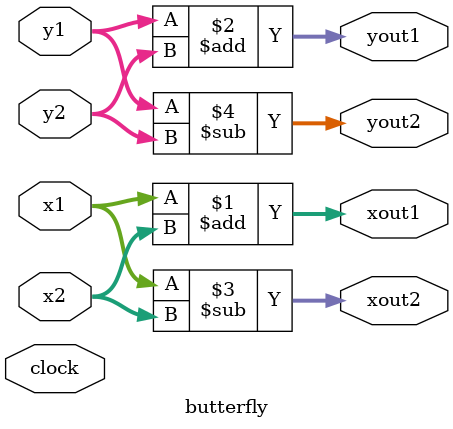
<source format=v>



module butterfly(
	input clock,
	input signed [15:0] x1,
	input signed [15:0] y1,
	input signed [15:0] x2,
	input signed [15:0] y2,
	output signed [15:0] xout1,
	output signed [15:0] yout1,
	output signed [15:0] xout2,
	output signed [15:0] yout2 );


assign xout1 = x1+x2;
assign yout1 = y1+y2;

assign xout2 = x1-x2;
assign yout2 = y1-y2;

endmodule

</source>
